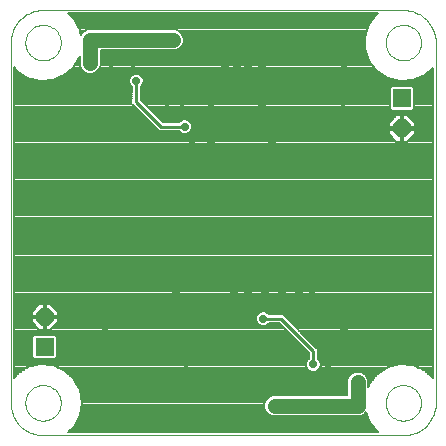
<source format=gbl>
G75*
%MOIN*%
%OFA0B0*%
%FSLAX24Y24*%
%IPPOS*%
%LPD*%
%AMOC8*
5,1,8,0,0,1.08239X$1,22.5*
%
%ADD10C,0.0000*%
%ADD11R,0.0600X0.0600*%
%ADD12OC8,0.0600*%
%ADD13C,0.0070*%
%ADD14C,0.0278*%
%ADD15C,0.0100*%
%ADD16C,0.0357*%
%ADD17C,0.0500*%
D10*
X005626Y001648D02*
X005626Y013656D01*
X006118Y013656D02*
X006120Y013704D01*
X006126Y013752D01*
X006136Y013799D01*
X006149Y013845D01*
X006167Y013890D01*
X006187Y013934D01*
X006212Y013976D01*
X006240Y014015D01*
X006270Y014052D01*
X006304Y014086D01*
X006341Y014118D01*
X006379Y014147D01*
X006420Y014172D01*
X006463Y014194D01*
X006508Y014212D01*
X006554Y014226D01*
X006601Y014237D01*
X006649Y014244D01*
X006697Y014247D01*
X006745Y014246D01*
X006793Y014241D01*
X006841Y014232D01*
X006887Y014220D01*
X006932Y014203D01*
X006976Y014183D01*
X007018Y014160D01*
X007058Y014133D01*
X007096Y014103D01*
X007131Y014070D01*
X007163Y014034D01*
X007193Y013996D01*
X007219Y013955D01*
X007241Y013912D01*
X007261Y013868D01*
X007276Y013823D01*
X007288Y013776D01*
X007296Y013728D01*
X007300Y013680D01*
X007300Y013632D01*
X007296Y013584D01*
X007288Y013536D01*
X007276Y013489D01*
X007261Y013444D01*
X007241Y013400D01*
X007219Y013357D01*
X007193Y013316D01*
X007163Y013278D01*
X007131Y013242D01*
X007096Y013209D01*
X007058Y013179D01*
X007018Y013152D01*
X006976Y013129D01*
X006932Y013109D01*
X006887Y013092D01*
X006841Y013080D01*
X006793Y013071D01*
X006745Y013066D01*
X006697Y013065D01*
X006649Y013068D01*
X006601Y013075D01*
X006554Y013086D01*
X006508Y013100D01*
X006463Y013118D01*
X006420Y013140D01*
X006379Y013165D01*
X006341Y013194D01*
X006304Y013226D01*
X006270Y013260D01*
X006240Y013297D01*
X006212Y013336D01*
X006187Y013378D01*
X006167Y013422D01*
X006149Y013467D01*
X006136Y013513D01*
X006126Y013560D01*
X006120Y013608D01*
X006118Y013656D01*
X005626Y013656D02*
X005628Y013719D01*
X005633Y013782D01*
X005642Y013844D01*
X005655Y013906D01*
X005671Y013967D01*
X005691Y014026D01*
X005715Y014085D01*
X005741Y014142D01*
X005771Y014198D01*
X005804Y014251D01*
X005840Y014303D01*
X005879Y014352D01*
X005921Y014399D01*
X005966Y014444D01*
X006013Y014486D01*
X006062Y014525D01*
X006114Y014561D01*
X006168Y014594D01*
X006223Y014624D01*
X006280Y014650D01*
X006339Y014674D01*
X006398Y014694D01*
X006459Y014710D01*
X006521Y014723D01*
X006583Y014732D01*
X006646Y014737D01*
X006709Y014739D01*
X018716Y014739D01*
X018125Y013656D02*
X018127Y013704D01*
X018133Y013752D01*
X018143Y013799D01*
X018156Y013845D01*
X018174Y013890D01*
X018194Y013934D01*
X018219Y013976D01*
X018247Y014015D01*
X018277Y014052D01*
X018311Y014086D01*
X018348Y014118D01*
X018386Y014147D01*
X018427Y014172D01*
X018470Y014194D01*
X018515Y014212D01*
X018561Y014226D01*
X018608Y014237D01*
X018656Y014244D01*
X018704Y014247D01*
X018752Y014246D01*
X018800Y014241D01*
X018848Y014232D01*
X018894Y014220D01*
X018939Y014203D01*
X018983Y014183D01*
X019025Y014160D01*
X019065Y014133D01*
X019103Y014103D01*
X019138Y014070D01*
X019170Y014034D01*
X019200Y013996D01*
X019226Y013955D01*
X019248Y013912D01*
X019268Y013868D01*
X019283Y013823D01*
X019295Y013776D01*
X019303Y013728D01*
X019307Y013680D01*
X019307Y013632D01*
X019303Y013584D01*
X019295Y013536D01*
X019283Y013489D01*
X019268Y013444D01*
X019248Y013400D01*
X019226Y013357D01*
X019200Y013316D01*
X019170Y013278D01*
X019138Y013242D01*
X019103Y013209D01*
X019065Y013179D01*
X019025Y013152D01*
X018983Y013129D01*
X018939Y013109D01*
X018894Y013092D01*
X018848Y013080D01*
X018800Y013071D01*
X018752Y013066D01*
X018704Y013065D01*
X018656Y013068D01*
X018608Y013075D01*
X018561Y013086D01*
X018515Y013100D01*
X018470Y013118D01*
X018427Y013140D01*
X018386Y013165D01*
X018348Y013194D01*
X018311Y013226D01*
X018277Y013260D01*
X018247Y013297D01*
X018219Y013336D01*
X018194Y013378D01*
X018174Y013422D01*
X018156Y013467D01*
X018143Y013513D01*
X018133Y013560D01*
X018127Y013608D01*
X018125Y013656D01*
X018716Y014739D02*
X018779Y014737D01*
X018842Y014732D01*
X018904Y014723D01*
X018966Y014710D01*
X019027Y014694D01*
X019086Y014674D01*
X019145Y014650D01*
X019202Y014624D01*
X019258Y014594D01*
X019311Y014561D01*
X019363Y014525D01*
X019412Y014486D01*
X019459Y014444D01*
X019504Y014399D01*
X019546Y014352D01*
X019585Y014303D01*
X019621Y014251D01*
X019654Y014198D01*
X019684Y014142D01*
X019710Y014085D01*
X019734Y014026D01*
X019754Y013967D01*
X019770Y013906D01*
X019783Y013844D01*
X019792Y013782D01*
X019797Y013719D01*
X019799Y013656D01*
X019799Y001648D01*
X018125Y001648D02*
X018127Y001696D01*
X018133Y001744D01*
X018143Y001791D01*
X018156Y001837D01*
X018174Y001882D01*
X018194Y001926D01*
X018219Y001968D01*
X018247Y002007D01*
X018277Y002044D01*
X018311Y002078D01*
X018348Y002110D01*
X018386Y002139D01*
X018427Y002164D01*
X018470Y002186D01*
X018515Y002204D01*
X018561Y002218D01*
X018608Y002229D01*
X018656Y002236D01*
X018704Y002239D01*
X018752Y002238D01*
X018800Y002233D01*
X018848Y002224D01*
X018894Y002212D01*
X018939Y002195D01*
X018983Y002175D01*
X019025Y002152D01*
X019065Y002125D01*
X019103Y002095D01*
X019138Y002062D01*
X019170Y002026D01*
X019200Y001988D01*
X019226Y001947D01*
X019248Y001904D01*
X019268Y001860D01*
X019283Y001815D01*
X019295Y001768D01*
X019303Y001720D01*
X019307Y001672D01*
X019307Y001624D01*
X019303Y001576D01*
X019295Y001528D01*
X019283Y001481D01*
X019268Y001436D01*
X019248Y001392D01*
X019226Y001349D01*
X019200Y001308D01*
X019170Y001270D01*
X019138Y001234D01*
X019103Y001201D01*
X019065Y001171D01*
X019025Y001144D01*
X018983Y001121D01*
X018939Y001101D01*
X018894Y001084D01*
X018848Y001072D01*
X018800Y001063D01*
X018752Y001058D01*
X018704Y001057D01*
X018656Y001060D01*
X018608Y001067D01*
X018561Y001078D01*
X018515Y001092D01*
X018470Y001110D01*
X018427Y001132D01*
X018386Y001157D01*
X018348Y001186D01*
X018311Y001218D01*
X018277Y001252D01*
X018247Y001289D01*
X018219Y001328D01*
X018194Y001370D01*
X018174Y001414D01*
X018156Y001459D01*
X018143Y001505D01*
X018133Y001552D01*
X018127Y001600D01*
X018125Y001648D01*
X018716Y000565D02*
X018779Y000567D01*
X018842Y000572D01*
X018904Y000581D01*
X018966Y000594D01*
X019027Y000610D01*
X019086Y000630D01*
X019145Y000654D01*
X019202Y000680D01*
X019258Y000710D01*
X019311Y000743D01*
X019363Y000779D01*
X019412Y000818D01*
X019459Y000860D01*
X019504Y000905D01*
X019546Y000952D01*
X019585Y001001D01*
X019621Y001053D01*
X019654Y001107D01*
X019684Y001162D01*
X019710Y001219D01*
X019734Y001278D01*
X019754Y001337D01*
X019770Y001398D01*
X019783Y001460D01*
X019792Y001522D01*
X019797Y001585D01*
X019799Y001648D01*
X018716Y000566D02*
X006709Y000566D01*
X006118Y001648D02*
X006120Y001696D01*
X006126Y001744D01*
X006136Y001791D01*
X006149Y001837D01*
X006167Y001882D01*
X006187Y001926D01*
X006212Y001968D01*
X006240Y002007D01*
X006270Y002044D01*
X006304Y002078D01*
X006341Y002110D01*
X006379Y002139D01*
X006420Y002164D01*
X006463Y002186D01*
X006508Y002204D01*
X006554Y002218D01*
X006601Y002229D01*
X006649Y002236D01*
X006697Y002239D01*
X006745Y002238D01*
X006793Y002233D01*
X006841Y002224D01*
X006887Y002212D01*
X006932Y002195D01*
X006976Y002175D01*
X007018Y002152D01*
X007058Y002125D01*
X007096Y002095D01*
X007131Y002062D01*
X007163Y002026D01*
X007193Y001988D01*
X007219Y001947D01*
X007241Y001904D01*
X007261Y001860D01*
X007276Y001815D01*
X007288Y001768D01*
X007296Y001720D01*
X007300Y001672D01*
X007300Y001624D01*
X007296Y001576D01*
X007288Y001528D01*
X007276Y001481D01*
X007261Y001436D01*
X007241Y001392D01*
X007219Y001349D01*
X007193Y001308D01*
X007163Y001270D01*
X007131Y001234D01*
X007096Y001201D01*
X007058Y001171D01*
X007018Y001144D01*
X006976Y001121D01*
X006932Y001101D01*
X006887Y001084D01*
X006841Y001072D01*
X006793Y001063D01*
X006745Y001058D01*
X006697Y001057D01*
X006649Y001060D01*
X006601Y001067D01*
X006554Y001078D01*
X006508Y001092D01*
X006463Y001110D01*
X006420Y001132D01*
X006379Y001157D01*
X006341Y001186D01*
X006304Y001218D01*
X006270Y001252D01*
X006240Y001289D01*
X006212Y001328D01*
X006187Y001370D01*
X006167Y001414D01*
X006149Y001459D01*
X006136Y001505D01*
X006126Y001552D01*
X006120Y001600D01*
X006118Y001648D01*
X005626Y001648D02*
X005628Y001585D01*
X005633Y001522D01*
X005642Y001460D01*
X005655Y001398D01*
X005671Y001337D01*
X005691Y001278D01*
X005715Y001219D01*
X005741Y001162D01*
X005771Y001107D01*
X005804Y001053D01*
X005840Y001001D01*
X005879Y000952D01*
X005921Y000905D01*
X005966Y000860D01*
X006013Y000818D01*
X006062Y000779D01*
X006114Y000743D01*
X006167Y000710D01*
X006223Y000680D01*
X006280Y000654D01*
X006339Y000630D01*
X006398Y000610D01*
X006459Y000594D01*
X006521Y000581D01*
X006583Y000572D01*
X006646Y000567D01*
X006709Y000565D01*
D11*
X006758Y003511D03*
X018667Y011794D03*
D12*
X018667Y010794D03*
X006758Y004511D03*
D13*
X006793Y004539D02*
X013812Y004539D01*
X013797Y004502D02*
X013797Y004405D01*
X013834Y004315D01*
X013903Y004247D01*
X013993Y004209D01*
X014090Y004209D01*
X014179Y004247D01*
X014231Y004299D01*
X014568Y004299D01*
X015559Y003307D01*
X015559Y003118D01*
X015508Y003066D01*
X015470Y002976D01*
X015470Y002879D01*
X015508Y002790D01*
X015576Y002721D01*
X015666Y002684D01*
X015763Y002684D01*
X015853Y002721D01*
X015921Y002790D01*
X015958Y002879D01*
X015958Y002976D01*
X015921Y003066D01*
X015869Y003118D01*
X015869Y003435D01*
X015779Y003526D01*
X014696Y004609D01*
X014231Y004609D01*
X014179Y004660D01*
X014090Y004698D01*
X013993Y004698D01*
X013903Y004660D01*
X013834Y004592D01*
X013797Y004502D01*
X013797Y004470D02*
X007193Y004470D01*
X007193Y004476D02*
X006793Y004476D01*
X006793Y004546D01*
X006723Y004546D01*
X006723Y004946D01*
X006578Y004946D01*
X006323Y004691D01*
X006323Y004546D01*
X006723Y004546D01*
X006723Y004476D01*
X006323Y004476D01*
X006323Y004330D01*
X006578Y004076D01*
X006723Y004076D01*
X006723Y004476D01*
X006793Y004476D01*
X006793Y004076D01*
X006938Y004076D01*
X007193Y004330D01*
X007193Y004476D01*
X007193Y004546D02*
X007193Y004691D01*
X006938Y004946D01*
X006793Y004946D01*
X006793Y004546D01*
X007193Y004546D01*
X007193Y004607D02*
X013850Y004607D01*
X013940Y004676D02*
X007193Y004676D01*
X007139Y004744D02*
X019694Y004744D01*
X019694Y004676D02*
X014142Y004676D01*
X013798Y004402D02*
X007193Y004402D01*
X007193Y004333D02*
X013827Y004333D01*
X013885Y004265D02*
X007127Y004265D01*
X007059Y004196D02*
X014670Y004196D01*
X014738Y004128D02*
X006990Y004128D01*
X006793Y004128D02*
X006723Y004128D01*
X006723Y004196D02*
X006793Y004196D01*
X006793Y004265D02*
X006723Y004265D01*
X006723Y004333D02*
X006793Y004333D01*
X006793Y004402D02*
X006723Y004402D01*
X006723Y004470D02*
X006793Y004470D01*
X006723Y004539D02*
X005731Y004539D01*
X005731Y004607D02*
X006323Y004607D01*
X006323Y004676D02*
X005731Y004676D01*
X005731Y004744D02*
X006376Y004744D01*
X006445Y004813D02*
X005731Y004813D01*
X005731Y004881D02*
X006513Y004881D01*
X006723Y004881D02*
X006793Y004881D01*
X006793Y004813D02*
X006723Y004813D01*
X006723Y004744D02*
X006793Y004744D01*
X006793Y004676D02*
X006723Y004676D01*
X006723Y004607D02*
X006793Y004607D01*
X007002Y004881D02*
X019694Y004881D01*
X019694Y004813D02*
X007071Y004813D01*
X006323Y004470D02*
X005731Y004470D01*
X005731Y004402D02*
X006323Y004402D01*
X006323Y004333D02*
X005731Y004333D01*
X005731Y004265D02*
X006388Y004265D01*
X006457Y004196D02*
X005731Y004196D01*
X005731Y004128D02*
X006525Y004128D01*
X006414Y003916D02*
X006353Y003854D01*
X006353Y003167D01*
X006414Y003106D01*
X007101Y003106D01*
X007163Y003167D01*
X007163Y003854D01*
X007101Y003916D01*
X006414Y003916D01*
X006353Y003854D02*
X005731Y003854D01*
X005731Y003922D02*
X014944Y003922D01*
X015012Y003854D02*
X007163Y003854D01*
X007163Y003785D02*
X015081Y003785D01*
X015149Y003717D02*
X007163Y003717D01*
X007163Y003648D02*
X015218Y003648D01*
X015286Y003580D02*
X007163Y003580D01*
X007163Y003511D02*
X015355Y003511D01*
X015423Y003443D02*
X007163Y003443D01*
X007163Y003374D02*
X015492Y003374D01*
X015559Y003306D02*
X007163Y003306D01*
X007163Y003237D02*
X015559Y003237D01*
X015559Y003169D02*
X007163Y003169D01*
X007050Y002895D02*
X015470Y002895D01*
X015470Y002963D02*
X005731Y002963D01*
X005731Y002895D02*
X006422Y002895D01*
X006601Y002940D02*
X006188Y002835D01*
X005831Y002602D01*
X005831Y002602D01*
X005731Y002474D01*
X005731Y012831D01*
X005831Y012703D01*
X006188Y012469D01*
X006601Y012365D01*
X006601Y012365D01*
X007027Y012400D01*
X007417Y012571D01*
X007417Y012571D01*
X007731Y012860D01*
X007731Y012860D01*
X007928Y013224D01*
X007928Y012897D01*
X007982Y012766D01*
X008082Y012666D01*
X008213Y012612D01*
X008354Y012612D01*
X008484Y012666D01*
X008584Y012766D01*
X008638Y012897D01*
X008638Y013400D01*
X011110Y013400D01*
X011240Y013454D01*
X011340Y013554D01*
X011394Y013684D01*
X011394Y013825D01*
X011340Y013956D01*
X011240Y014056D01*
X011110Y014110D01*
X008213Y014110D01*
X008082Y014056D01*
X007982Y013956D01*
X007963Y013908D01*
X007934Y014077D01*
X007934Y014077D01*
X007731Y014452D01*
X007534Y014634D01*
X017875Y014634D01*
X017839Y014610D01*
X017839Y014610D01*
X017577Y014273D01*
X017438Y013870D01*
X017438Y013443D01*
X017577Y013039D01*
X017839Y012703D01*
X018196Y012469D01*
X018609Y012365D01*
X018609Y012365D01*
X019035Y012400D01*
X019425Y012571D01*
X019425Y012571D01*
X019694Y012819D01*
X019694Y002486D01*
X019425Y002733D01*
X019035Y002905D01*
X018609Y002940D01*
X018196Y002835D01*
X018196Y002835D01*
X017839Y002602D01*
X017839Y002602D01*
X017577Y002265D01*
X017546Y002176D01*
X017546Y002408D01*
X017492Y002538D01*
X017392Y002638D01*
X017261Y002692D01*
X017120Y002692D01*
X016990Y002638D01*
X016890Y002538D01*
X016836Y002408D01*
X016836Y001905D01*
X014364Y001905D01*
X014234Y001851D01*
X014134Y001751D01*
X014080Y001621D01*
X014080Y001479D01*
X014134Y001349D01*
X014234Y001249D01*
X014364Y001195D01*
X017261Y001195D01*
X017392Y001249D01*
X017474Y001331D01*
X017577Y001032D01*
X017577Y001032D01*
X017839Y000695D01*
X017875Y000671D01*
X007534Y000671D01*
X007731Y000852D01*
X007731Y000852D01*
X007934Y001228D01*
X008005Y001648D01*
X007934Y002069D01*
X007934Y002069D01*
X007731Y002445D01*
X007417Y002733D01*
X007027Y002905D01*
X007027Y002905D01*
X006601Y002940D01*
X006601Y002940D01*
X006353Y003169D02*
X005731Y003169D01*
X005731Y003237D02*
X006353Y003237D01*
X006353Y003306D02*
X005731Y003306D01*
X005731Y003374D02*
X006353Y003374D01*
X006353Y003443D02*
X005731Y003443D01*
X005731Y003511D02*
X006353Y003511D01*
X006353Y003580D02*
X005731Y003580D01*
X005731Y003648D02*
X006353Y003648D01*
X006353Y003717D02*
X005731Y003717D01*
X005731Y003785D02*
X006353Y003785D01*
X005731Y003991D02*
X014875Y003991D01*
X014807Y004059D02*
X005731Y004059D01*
X005731Y004950D02*
X019694Y004950D01*
X019694Y005018D02*
X005731Y005018D01*
X005731Y005087D02*
X019694Y005087D01*
X019694Y005155D02*
X005731Y005155D01*
X005731Y005224D02*
X019694Y005224D01*
X019694Y005292D02*
X005731Y005292D01*
X005731Y005361D02*
X019694Y005361D01*
X019694Y005429D02*
X005731Y005429D01*
X005731Y005498D02*
X019694Y005498D01*
X019694Y005566D02*
X005731Y005566D01*
X005731Y005635D02*
X019694Y005635D01*
X019694Y005703D02*
X005731Y005703D01*
X005731Y005772D02*
X019694Y005772D01*
X019694Y005840D02*
X005731Y005840D01*
X005731Y005909D02*
X019694Y005909D01*
X019694Y005977D02*
X005731Y005977D01*
X005731Y006046D02*
X019694Y006046D01*
X019694Y006114D02*
X005731Y006114D01*
X005731Y006183D02*
X019694Y006183D01*
X019694Y006251D02*
X005731Y006251D01*
X005731Y006320D02*
X019694Y006320D01*
X019694Y006388D02*
X005731Y006388D01*
X005731Y006457D02*
X019694Y006457D01*
X019694Y006525D02*
X005731Y006525D01*
X005731Y006594D02*
X019694Y006594D01*
X019694Y006662D02*
X005731Y006662D01*
X005731Y006731D02*
X019694Y006731D01*
X019694Y006799D02*
X005731Y006799D01*
X005731Y006868D02*
X019694Y006868D01*
X019694Y006936D02*
X005731Y006936D01*
X005731Y007005D02*
X019694Y007005D01*
X019694Y007073D02*
X005731Y007073D01*
X005731Y007142D02*
X019694Y007142D01*
X019694Y007210D02*
X005731Y007210D01*
X005731Y007279D02*
X019694Y007279D01*
X019694Y007347D02*
X005731Y007347D01*
X005731Y007416D02*
X019694Y007416D01*
X019694Y007484D02*
X005731Y007484D01*
X005731Y007553D02*
X019694Y007553D01*
X019694Y007621D02*
X005731Y007621D01*
X005731Y007690D02*
X019694Y007690D01*
X019694Y007758D02*
X005731Y007758D01*
X005731Y007827D02*
X019694Y007827D01*
X019694Y007895D02*
X005731Y007895D01*
X005731Y007964D02*
X019694Y007964D01*
X019694Y008032D02*
X005731Y008032D01*
X005731Y008101D02*
X019694Y008101D01*
X019694Y008169D02*
X005731Y008169D01*
X005731Y008238D02*
X019694Y008238D01*
X019694Y008306D02*
X005731Y008306D01*
X005731Y008375D02*
X019694Y008375D01*
X019694Y008443D02*
X005731Y008443D01*
X005731Y008512D02*
X019694Y008512D01*
X019694Y008580D02*
X005731Y008580D01*
X005731Y008649D02*
X019694Y008649D01*
X019694Y008717D02*
X005731Y008717D01*
X005731Y008786D02*
X019694Y008786D01*
X019694Y008854D02*
X005731Y008854D01*
X005731Y008923D02*
X019694Y008923D01*
X019694Y008991D02*
X005731Y008991D01*
X005731Y009060D02*
X019694Y009060D01*
X019694Y009128D02*
X005731Y009128D01*
X005731Y009197D02*
X019694Y009197D01*
X019694Y009265D02*
X005731Y009265D01*
X005731Y009334D02*
X019694Y009334D01*
X019694Y009402D02*
X005731Y009402D01*
X005731Y009471D02*
X019694Y009471D01*
X019694Y009539D02*
X005731Y009539D01*
X005731Y009608D02*
X019694Y009608D01*
X019694Y009676D02*
X005731Y009676D01*
X005731Y009745D02*
X019694Y009745D01*
X019694Y009813D02*
X005731Y009813D01*
X005731Y009882D02*
X019694Y009882D01*
X019694Y009950D02*
X005731Y009950D01*
X005731Y010019D02*
X019694Y010019D01*
X019694Y010087D02*
X005731Y010087D01*
X005731Y010156D02*
X019694Y010156D01*
X019694Y010224D02*
X005731Y010224D01*
X005731Y010293D02*
X019694Y010293D01*
X019694Y010361D02*
X018850Y010361D01*
X018847Y010359D02*
X019102Y010614D01*
X019102Y010759D01*
X018702Y010759D01*
X018702Y010359D01*
X018847Y010359D01*
X018918Y010430D02*
X019694Y010430D01*
X019694Y010498D02*
X018987Y010498D01*
X019055Y010567D02*
X019694Y010567D01*
X019694Y010635D02*
X019102Y010635D01*
X019102Y010704D02*
X019694Y010704D01*
X019694Y010772D02*
X018702Y010772D01*
X018702Y010759D02*
X018702Y010829D01*
X018632Y010829D01*
X018632Y010759D01*
X018232Y010759D01*
X018232Y010614D01*
X018487Y010359D01*
X018632Y010359D01*
X018632Y010759D01*
X018702Y010759D01*
X018702Y010704D02*
X018632Y010704D01*
X018632Y010772D02*
X011664Y010772D01*
X011677Y010803D02*
X011640Y010713D01*
X011571Y010644D01*
X011481Y010607D01*
X011384Y010607D01*
X011295Y010644D01*
X011243Y010696D01*
X010581Y010696D01*
X009744Y011533D01*
X009744Y011533D01*
X009699Y011579D01*
X009654Y011624D01*
X009654Y011624D01*
X009653Y011625D01*
X009654Y011688D01*
X009654Y011752D01*
X009654Y011752D01*
X009657Y012193D01*
X009607Y012243D01*
X009570Y012333D01*
X009570Y012430D01*
X009607Y012520D01*
X009676Y012589D01*
X009765Y012626D01*
X009862Y012626D01*
X009952Y012589D01*
X010021Y012520D01*
X010058Y012430D01*
X010058Y012333D01*
X010021Y012243D01*
X009967Y012190D01*
X009964Y011752D01*
X010710Y011006D01*
X011243Y011006D01*
X011295Y011058D01*
X011384Y011095D01*
X011481Y011095D01*
X011571Y011058D01*
X011640Y010989D01*
X011677Y010900D01*
X011677Y010803D01*
X011677Y010841D02*
X018232Y010841D01*
X018232Y010829D02*
X018632Y010829D01*
X018632Y011229D01*
X018487Y011229D01*
X018232Y010974D01*
X018232Y010829D01*
X018232Y010909D02*
X011673Y010909D01*
X011645Y010978D02*
X018236Y010978D01*
X018304Y011046D02*
X011583Y011046D01*
X011283Y011046D02*
X010670Y011046D01*
X010601Y011115D02*
X018373Y011115D01*
X018441Y011183D02*
X010533Y011183D01*
X010464Y011252D02*
X019694Y011252D01*
X019694Y011320D02*
X010396Y011320D01*
X010327Y011389D02*
X019694Y011389D01*
X019694Y011457D02*
X019072Y011457D01*
X019072Y011451D02*
X019072Y012138D01*
X019011Y012199D01*
X018324Y012199D01*
X018262Y012138D01*
X018262Y011451D01*
X018324Y011389D01*
X019011Y011389D01*
X019072Y011451D01*
X019072Y011526D02*
X019694Y011526D01*
X019694Y011594D02*
X019072Y011594D01*
X019072Y011663D02*
X019694Y011663D01*
X019694Y011731D02*
X019072Y011731D01*
X019072Y011800D02*
X019694Y011800D01*
X019694Y011868D02*
X019072Y011868D01*
X019072Y011937D02*
X019694Y011937D01*
X019694Y012005D02*
X019072Y012005D01*
X019072Y012074D02*
X019694Y012074D01*
X019694Y012142D02*
X019067Y012142D01*
X019035Y012400D02*
X019035Y012400D01*
X019072Y012416D02*
X019694Y012416D01*
X019694Y012348D02*
X010058Y012348D01*
X010058Y012416D02*
X018405Y012416D01*
X018196Y012469D02*
X018196Y012469D01*
X018172Y012485D02*
X010035Y012485D01*
X009987Y012553D02*
X018067Y012553D01*
X017962Y012622D02*
X009872Y012622D01*
X009756Y012622D02*
X008377Y012622D01*
X008508Y012690D02*
X017858Y012690D01*
X017839Y012703D02*
X017839Y012703D01*
X017795Y012759D02*
X008577Y012759D01*
X008610Y012827D02*
X017742Y012827D01*
X017688Y012896D02*
X008638Y012896D01*
X008638Y012964D02*
X017635Y012964D01*
X017582Y013033D02*
X008638Y013033D01*
X008638Y013101D02*
X017555Y013101D01*
X017577Y013039D02*
X017577Y013039D01*
X017532Y013170D02*
X008638Y013170D01*
X008638Y013238D02*
X017508Y013238D01*
X017485Y013307D02*
X008638Y013307D01*
X008638Y013375D02*
X017461Y013375D01*
X017438Y013444D02*
X011216Y013444D01*
X011299Y013512D02*
X017438Y013512D01*
X017438Y013581D02*
X011351Y013581D01*
X011380Y013649D02*
X017438Y013649D01*
X017438Y013718D02*
X011394Y013718D01*
X011394Y013786D02*
X017438Y013786D01*
X017438Y013855D02*
X011382Y013855D01*
X011354Y013923D02*
X017456Y013923D01*
X017480Y013992D02*
X011304Y013992D01*
X011229Y014060D02*
X017503Y014060D01*
X017527Y014129D02*
X007906Y014129D01*
X007937Y014060D02*
X008093Y014060D01*
X008018Y013992D02*
X007949Y013992D01*
X007960Y013923D02*
X007969Y013923D01*
X007869Y014197D02*
X017550Y014197D01*
X017574Y014266D02*
X007832Y014266D01*
X007795Y014334D02*
X017624Y014334D01*
X017577Y014273D02*
X017577Y014273D01*
X017677Y014403D02*
X007758Y014403D01*
X007731Y014452D02*
X007731Y014452D01*
X007731Y014452D01*
X007711Y014471D02*
X017731Y014471D01*
X017784Y014540D02*
X007636Y014540D01*
X007562Y014608D02*
X017837Y014608D01*
X017839Y014610D02*
X017839Y014610D01*
X019629Y012759D02*
X019694Y012759D01*
X019694Y012690D02*
X019555Y012690D01*
X019480Y012622D02*
X019694Y012622D01*
X019694Y012553D02*
X019384Y012553D01*
X019228Y012485D02*
X019694Y012485D01*
X019694Y012279D02*
X010036Y012279D01*
X009988Y012211D02*
X019694Y012211D01*
X019694Y011183D02*
X018893Y011183D01*
X018847Y011229D02*
X018702Y011229D01*
X018702Y010829D01*
X019102Y010829D01*
X019102Y010974D01*
X018847Y011229D01*
X018702Y011183D02*
X018632Y011183D01*
X018632Y011115D02*
X018702Y011115D01*
X018702Y011046D02*
X018632Y011046D01*
X018632Y010978D02*
X018702Y010978D01*
X018702Y010909D02*
X018632Y010909D01*
X018632Y010841D02*
X018702Y010841D01*
X018702Y010635D02*
X018632Y010635D01*
X018632Y010567D02*
X018702Y010567D01*
X018702Y010498D02*
X018632Y010498D01*
X018632Y010430D02*
X018702Y010430D01*
X018702Y010361D02*
X018632Y010361D01*
X018485Y010361D02*
X005731Y010361D01*
X005731Y010430D02*
X018416Y010430D01*
X018348Y010498D02*
X005731Y010498D01*
X005731Y010567D02*
X018279Y010567D01*
X018232Y010635D02*
X011549Y010635D01*
X011631Y010704D02*
X018232Y010704D01*
X018962Y011115D02*
X019694Y011115D01*
X019694Y011046D02*
X019030Y011046D01*
X019099Y010978D02*
X019694Y010978D01*
X019694Y010909D02*
X019102Y010909D01*
X019102Y010841D02*
X019694Y010841D01*
X018262Y011457D02*
X010259Y011457D01*
X010190Y011526D02*
X018262Y011526D01*
X018262Y011594D02*
X010122Y011594D01*
X010053Y011663D02*
X018262Y011663D01*
X018262Y011731D02*
X009985Y011731D01*
X009965Y011800D02*
X018262Y011800D01*
X018262Y011868D02*
X009965Y011868D01*
X009966Y011937D02*
X018262Y011937D01*
X018262Y012005D02*
X009966Y012005D01*
X009967Y012074D02*
X018262Y012074D01*
X018267Y012142D02*
X009967Y012142D01*
X009657Y012142D02*
X005731Y012142D01*
X005731Y012074D02*
X009657Y012074D01*
X009656Y012005D02*
X005731Y012005D01*
X005731Y011937D02*
X009656Y011937D01*
X009655Y011868D02*
X005731Y011868D01*
X005731Y011800D02*
X009655Y011800D01*
X009654Y011731D02*
X005731Y011731D01*
X005731Y011663D02*
X009654Y011663D01*
X009683Y011594D02*
X005731Y011594D01*
X005731Y011526D02*
X009752Y011526D01*
X009820Y011457D02*
X005731Y011457D01*
X005731Y011389D02*
X009889Y011389D01*
X009957Y011320D02*
X005731Y011320D01*
X005731Y011252D02*
X010026Y011252D01*
X010094Y011183D02*
X005731Y011183D01*
X005731Y011115D02*
X010163Y011115D01*
X010231Y011046D02*
X005731Y011046D01*
X005731Y010978D02*
X010300Y010978D01*
X010368Y010909D02*
X005731Y010909D01*
X005731Y010841D02*
X010437Y010841D01*
X010505Y010772D02*
X005731Y010772D01*
X005731Y010704D02*
X010574Y010704D01*
X011316Y010635D02*
X005731Y010635D01*
X005731Y012211D02*
X009640Y012211D01*
X009592Y012279D02*
X005731Y012279D01*
X005731Y012348D02*
X009570Y012348D01*
X009570Y012416D02*
X007064Y012416D01*
X007027Y012400D02*
X007027Y012400D01*
X007220Y012485D02*
X009592Y012485D01*
X009640Y012553D02*
X007376Y012553D01*
X007472Y012622D02*
X008190Y012622D01*
X008058Y012690D02*
X007547Y012690D01*
X007621Y012759D02*
X007990Y012759D01*
X007957Y012827D02*
X007696Y012827D01*
X007751Y012896D02*
X007929Y012896D01*
X007928Y012964D02*
X007788Y012964D01*
X007825Y013033D02*
X007928Y013033D01*
X007928Y013101D02*
X007862Y013101D01*
X007899Y013170D02*
X007928Y013170D01*
X006397Y012416D02*
X005731Y012416D01*
X005731Y012485D02*
X006164Y012485D01*
X006188Y012469D02*
X006188Y012469D01*
X006059Y012553D02*
X005731Y012553D01*
X005731Y012622D02*
X005955Y012622D01*
X005850Y012690D02*
X005731Y012690D01*
X005731Y012759D02*
X005787Y012759D01*
X005831Y012703D02*
X005831Y012703D01*
X005831Y012703D01*
X005734Y012827D02*
X005731Y012827D01*
X014697Y004607D02*
X019694Y004607D01*
X019694Y004539D02*
X014766Y004539D01*
X014834Y004470D02*
X019694Y004470D01*
X019694Y004402D02*
X014903Y004402D01*
X014971Y004333D02*
X019694Y004333D01*
X019694Y004265D02*
X015040Y004265D01*
X015108Y004196D02*
X019694Y004196D01*
X019694Y004128D02*
X015177Y004128D01*
X015245Y004059D02*
X019694Y004059D01*
X019694Y003991D02*
X015314Y003991D01*
X015382Y003922D02*
X019694Y003922D01*
X019694Y003854D02*
X015451Y003854D01*
X015519Y003785D02*
X019694Y003785D01*
X019694Y003717D02*
X015588Y003717D01*
X015656Y003648D02*
X019694Y003648D01*
X019694Y003580D02*
X015725Y003580D01*
X015793Y003511D02*
X019694Y003511D01*
X019694Y003443D02*
X015862Y003443D01*
X015869Y003374D02*
X019694Y003374D01*
X019694Y003306D02*
X015869Y003306D01*
X015869Y003237D02*
X019694Y003237D01*
X019694Y003169D02*
X015869Y003169D01*
X015887Y003100D02*
X019694Y003100D01*
X019694Y003032D02*
X015936Y003032D01*
X015958Y002963D02*
X019694Y002963D01*
X019694Y002895D02*
X019058Y002895D01*
X019214Y002826D02*
X019694Y002826D01*
X019694Y002758D02*
X019370Y002758D01*
X019473Y002689D02*
X019694Y002689D01*
X019694Y002621D02*
X019548Y002621D01*
X019622Y002552D02*
X019694Y002552D01*
X018609Y002940D02*
X018609Y002940D01*
X018430Y002895D02*
X015958Y002895D01*
X015936Y002826D02*
X018182Y002826D01*
X018077Y002758D02*
X015889Y002758D01*
X015776Y002689D02*
X017113Y002689D01*
X017269Y002689D02*
X017972Y002689D01*
X017867Y002621D02*
X017409Y002621D01*
X017478Y002552D02*
X017800Y002552D01*
X017839Y002602D02*
X017839Y002602D01*
X017747Y002484D02*
X017514Y002484D01*
X017543Y002415D02*
X017693Y002415D01*
X017640Y002347D02*
X017546Y002347D01*
X017546Y002278D02*
X017587Y002278D01*
X017577Y002265D02*
X017577Y002265D01*
X017557Y002210D02*
X017546Y002210D01*
X016836Y002210D02*
X007858Y002210D01*
X007821Y002278D02*
X016836Y002278D01*
X016836Y002347D02*
X007784Y002347D01*
X007747Y002415D02*
X016839Y002415D01*
X016867Y002484D02*
X007689Y002484D01*
X007731Y002445D02*
X007731Y002445D01*
X007614Y002552D02*
X016904Y002552D01*
X016972Y002621D02*
X007540Y002621D01*
X007465Y002689D02*
X015653Y002689D01*
X015539Y002758D02*
X007362Y002758D01*
X007417Y002733D02*
X007417Y002733D01*
X007206Y002826D02*
X015492Y002826D01*
X015493Y003032D02*
X005731Y003032D01*
X005731Y003100D02*
X015542Y003100D01*
X014601Y004265D02*
X014198Y004265D01*
X016836Y002141D02*
X007895Y002141D01*
X007933Y002073D02*
X016836Y002073D01*
X016836Y002004D02*
X007945Y002004D01*
X007957Y001936D02*
X016836Y001936D01*
X017462Y001319D02*
X017478Y001319D01*
X017501Y001251D02*
X017394Y001251D01*
X017525Y001182D02*
X007910Y001182D01*
X007934Y001228D02*
X007934Y001228D01*
X007938Y001251D02*
X014232Y001251D01*
X014164Y001319D02*
X007950Y001319D01*
X007961Y001388D02*
X014118Y001388D01*
X014089Y001456D02*
X007973Y001456D01*
X007984Y001525D02*
X014080Y001525D01*
X014080Y001593D02*
X007995Y001593D01*
X008002Y001662D02*
X014097Y001662D01*
X014125Y001730D02*
X007991Y001730D01*
X007980Y001799D02*
X014182Y001799D01*
X014273Y001867D02*
X007968Y001867D01*
X007873Y001114D02*
X017548Y001114D01*
X017572Y001045D02*
X007836Y001045D01*
X007799Y000977D02*
X017619Y000977D01*
X017672Y000908D02*
X007762Y000908D01*
X007718Y000840D02*
X017726Y000840D01*
X017779Y000771D02*
X007643Y000771D01*
X007569Y000703D02*
X017832Y000703D01*
X017839Y000695D02*
X017839Y000695D01*
X017839Y000695D01*
X006188Y002835D02*
X006188Y002835D01*
X006174Y002826D02*
X005731Y002826D01*
X005731Y002758D02*
X006069Y002758D01*
X005964Y002689D02*
X005731Y002689D01*
X005731Y002621D02*
X005859Y002621D01*
X005831Y002602D02*
X005831Y002602D01*
X005792Y002552D02*
X005731Y002552D01*
X005731Y002484D02*
X005739Y002484D01*
D14*
X008775Y002633D03*
X008775Y001894D03*
X008775Y001107D03*
X011482Y002731D03*
X012023Y002534D03*
X012319Y002534D03*
X012614Y002534D03*
X011482Y003125D03*
X011482Y003469D03*
X011482Y003814D03*
X011138Y004650D03*
X011138Y004995D03*
X011138Y005339D03*
X009218Y004454D03*
X008775Y004011D03*
X008775Y003469D03*
X013155Y003814D03*
X014238Y003863D03*
X014632Y003863D03*
X014632Y003469D03*
X014632Y003076D03*
X014632Y002682D03*
X014632Y002288D03*
X015173Y002288D03*
X015813Y002288D03*
X016551Y002042D03*
X016207Y002928D03*
X015714Y002928D03*
X016699Y003026D03*
X016748Y003715D03*
X016748Y004158D03*
X016354Y004552D03*
X016010Y004896D03*
X015665Y005241D03*
X015222Y005339D03*
X014681Y005339D03*
X014090Y005339D03*
X013549Y005339D03*
X013549Y004995D03*
X013057Y004995D03*
X013057Y005339D03*
X013057Y004650D03*
X014041Y004454D03*
X014090Y002288D03*
X013401Y000812D03*
X014779Y000812D03*
X015764Y000812D03*
X016551Y001058D03*
X014336Y010015D03*
X014336Y010359D03*
X014336Y010753D03*
X013992Y011540D03*
X013992Y011934D03*
X013992Y012377D03*
X013992Y012820D03*
X013549Y012820D03*
X013155Y012820D03*
X012762Y012820D03*
X011384Y013017D03*
X010842Y013017D03*
X010252Y013017D03*
X009710Y012967D03*
X009218Y012475D03*
X008726Y012328D03*
X008726Y011786D03*
X008726Y011245D03*
X009071Y010851D03*
X009415Y010507D03*
X009760Y010162D03*
X010203Y010015D03*
X010695Y010015D03*
X011187Y010015D03*
X011679Y010015D03*
X011679Y010408D03*
X011433Y010851D03*
X011335Y011442D03*
X010842Y011442D03*
X010842Y011835D03*
X010842Y012229D03*
X010842Y012623D03*
X009814Y012382D03*
X008972Y012967D03*
X008972Y014444D03*
X009957Y014444D03*
X010892Y014444D03*
X012122Y014444D03*
X016748Y014394D03*
X016748Y013558D03*
X016748Y012770D03*
X016748Y012032D03*
X016699Y011442D03*
X016207Y010900D03*
X012319Y010704D03*
X012319Y010359D03*
X012319Y010015D03*
X012319Y011491D03*
D15*
X011433Y010851D02*
X010646Y010851D01*
X009809Y011688D01*
X009814Y012382D01*
X014041Y004454D02*
X014632Y004454D01*
X015714Y003371D01*
X015714Y002928D01*
D16*
X017191Y002337D03*
X017191Y001944D03*
X017191Y001550D03*
X014779Y001550D03*
X014435Y001550D03*
X008283Y012967D03*
X008283Y013361D03*
X008283Y013755D03*
X010695Y013755D03*
X011039Y013755D03*
D17*
X008283Y013755D01*
X008283Y013361D01*
X008283Y012967D01*
X017191Y002337D02*
X017191Y001550D01*
X014435Y001550D01*
M02*

</source>
